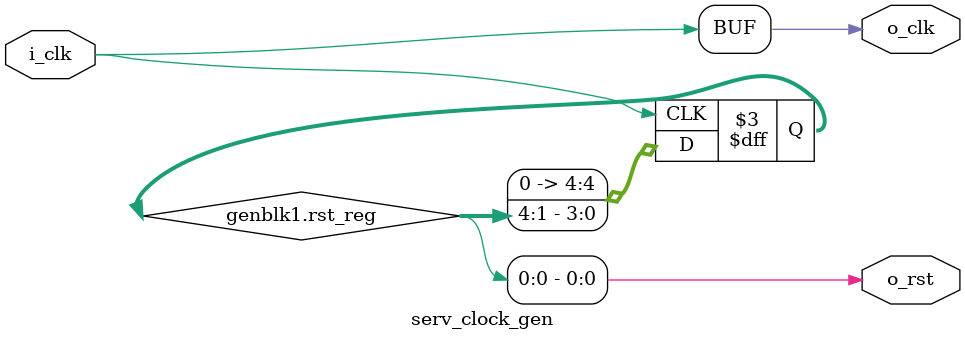
<source format=v>
`default_nettype none
module serv_clock_gen
  (
   input wire  i_clk,
   output wire o_clk,
   output wire o_rst);

   parameter PLL = "NONE";

   generate
      if ((PLL == "ICE40_CORE") || (PLL == "ICE40_PAD")) begin
	 ice40_pll #(.PLL (PLL)) pll
	   (.i_clk (i_clk),
	    .o_clk (o_clk),
	    .o_rst (o_rst));
      end else begin
	 assign o_clk = i_clk;

	 reg [4:0] rst_reg = 5'b11111;

	 always @(posedge o_clk)
	   rst_reg <= {1'b0, rst_reg[4:1]};
	 assign o_rst = rst_reg[0];
      end
   endgenerate
endmodule

</source>
